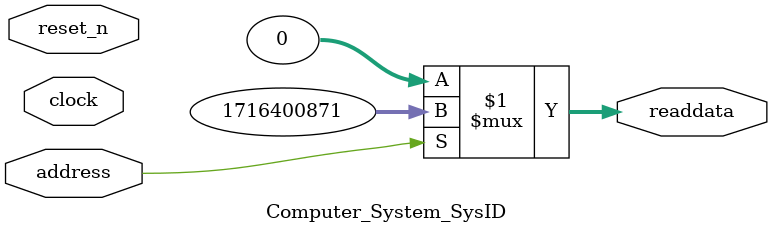
<source format=v>



// synthesis translate_off
`timescale 1ns / 1ps
// synthesis translate_on

// turn off superfluous verilog processor warnings 
// altera message_level Level1 
// altera message_off 10034 10035 10036 10037 10230 10240 10030 

module Computer_System_SysID (
               // inputs:
                address,
                clock,
                reset_n,

               // outputs:
                readdata
             )
;

  output  [ 31: 0] readdata;
  input            address;
  input            clock;
  input            reset_n;

  wire    [ 31: 0] readdata;
  //control_slave, which is an e_avalon_slave
  assign readdata = address ? 1716400871 : 0;

endmodule



</source>
